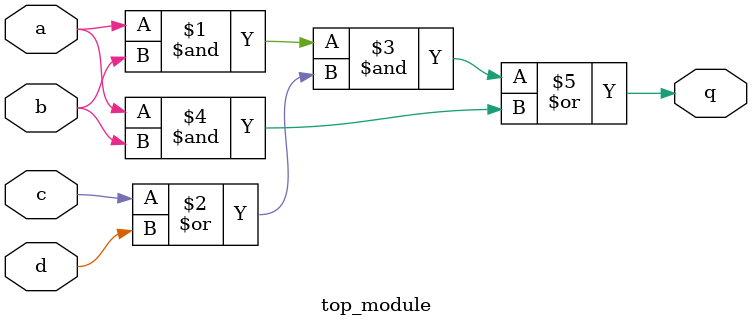
<source format=sv>
module top_module (
	input a, 
	input b, 
	input c, 
	input d,
	output q
);

assign q = ~(~(((a & b) & (c | d)) | (a & b)));

endmodule

</source>
